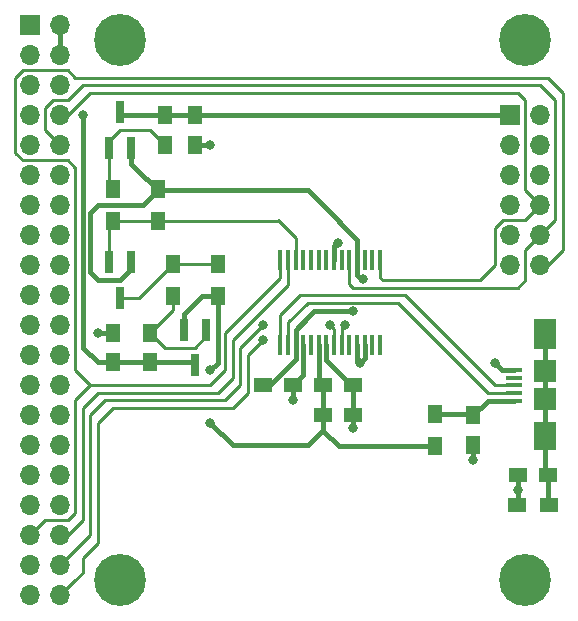
<source format=gbr>
G04 #@! TF.GenerationSoftware,KiCad,Pcbnew,(5.0.1)-3*
G04 #@! TF.CreationDate,2018-12-20T13:20:35+01:00*
G04 #@! TF.ProjectId,HB-RF-USB,48422D52462D5553422E6B696361645F,rev?*
G04 #@! TF.SameCoordinates,Original*
G04 #@! TF.FileFunction,Copper,L1,Top,Signal*
G04 #@! TF.FilePolarity,Positive*
%FSLAX46Y46*%
G04 Gerber Fmt 4.6, Leading zero omitted, Abs format (unit mm)*
G04 Created by KiCad (PCBNEW (5.0.1)-3) date 20.12.2018 13:20:35*
%MOMM*%
%LPD*%
G01*
G04 APERTURE LIST*
G04 #@! TA.AperFunction,SMDPad,CuDef*
%ADD10R,0.450000X1.750000*%
G04 #@! TD*
G04 #@! TA.AperFunction,ComponentPad*
%ADD11C,0.700000*%
G04 #@! TD*
G04 #@! TA.AperFunction,ComponentPad*
%ADD12C,4.400000*%
G04 #@! TD*
G04 #@! TA.AperFunction,SMDPad,CuDef*
%ADD13R,1.300000X1.500000*%
G04 #@! TD*
G04 #@! TA.AperFunction,SMDPad,CuDef*
%ADD14R,1.500000X1.250000*%
G04 #@! TD*
G04 #@! TA.AperFunction,SMDPad,CuDef*
%ADD15R,1.250000X1.500000*%
G04 #@! TD*
G04 #@! TA.AperFunction,SMDPad,CuDef*
%ADD16R,0.800000X1.900000*%
G04 #@! TD*
G04 #@! TA.AperFunction,ComponentPad*
%ADD17O,1.700000X1.700000*%
G04 #@! TD*
G04 #@! TA.AperFunction,ComponentPad*
%ADD18R,1.700000X1.700000*%
G04 #@! TD*
G04 #@! TA.AperFunction,SMDPad,CuDef*
%ADD19R,1.900000X2.500000*%
G04 #@! TD*
G04 #@! TA.AperFunction,SMDPad,CuDef*
%ADD20R,1.900000X1.900000*%
G04 #@! TD*
G04 #@! TA.AperFunction,SMDPad,CuDef*
%ADD21R,1.900000X2.400000*%
G04 #@! TD*
G04 #@! TA.AperFunction,SMDPad,CuDef*
%ADD22R,1.400000X0.400000*%
G04 #@! TD*
G04 #@! TA.AperFunction,SMDPad,CuDef*
%ADD23R,1.500000X1.300000*%
G04 #@! TD*
G04 #@! TA.AperFunction,ViaPad*
%ADD24C,0.800000*%
G04 #@! TD*
G04 #@! TA.AperFunction,Conductor*
%ADD25C,0.400000*%
G04 #@! TD*
G04 #@! TA.AperFunction,Conductor*
%ADD26C,0.250000*%
G04 #@! TD*
G04 APERTURE END LIST*
D10*
G04 #@! TO.P,U1,28*
G04 #@! TO.N,Net-(U1-Pad28)*
X62645000Y-79800000D03*
G04 #@! TO.P,U1,27*
G04 #@! TO.N,Net-(U1-Pad27)*
X61995000Y-79800000D03*
G04 #@! TO.P,U1,26*
G04 #@! TO.N,GND*
X61345000Y-79800000D03*
G04 #@! TO.P,U1,25*
X60695000Y-79800000D03*
G04 #@! TO.P,U1,24*
G04 #@! TO.N,N/C*
X60045000Y-79800000D03*
G04 #@! TO.P,U1,23*
G04 #@! TO.N,/B_LED*
X59395000Y-79800000D03*
G04 #@! TO.P,U1,22*
G04 #@! TO.N,/G_LED*
X58745000Y-79800000D03*
G04 #@! TO.P,U1,21*
G04 #@! TO.N,GND*
X58095000Y-79800000D03*
G04 #@! TO.P,U1,20*
G04 #@! TO.N,+5V*
X57445000Y-79800000D03*
G04 #@! TO.P,U1,19*
G04 #@! TO.N,Net-(U1-Pad19)*
X56795000Y-79800000D03*
G04 #@! TO.P,U1,18*
G04 #@! TO.N,GND*
X56145000Y-79800000D03*
G04 #@! TO.P,U1,17*
G04 #@! TO.N,+3V3*
X55495000Y-79800000D03*
G04 #@! TO.P,U1,16*
G04 #@! TO.N,/D-*
X54845000Y-79800000D03*
G04 #@! TO.P,U1,15*
G04 #@! TO.N,/D+*
X54195000Y-79800000D03*
G04 #@! TO.P,U1,14*
G04 #@! TO.N,/RESET*
X54195000Y-72600000D03*
G04 #@! TO.P,U1,13*
G04 #@! TO.N,/R_LED*
X54845000Y-72600000D03*
G04 #@! TO.P,U1,12*
G04 #@! TO.N,/PWREN*
X55495000Y-72600000D03*
G04 #@! TO.P,U1,11*
G04 #@! TO.N,Net-(U1-Pad11)*
X56145000Y-72600000D03*
G04 #@! TO.P,U1,10*
G04 #@! TO.N,Net-(U1-Pad10)*
X56795000Y-72600000D03*
G04 #@! TO.P,U1,9*
G04 #@! TO.N,Net-(U1-Pad9)*
X57445000Y-72600000D03*
G04 #@! TO.P,U1,8*
G04 #@! TO.N,N/C*
X58095000Y-72600000D03*
G04 #@! TO.P,U1,7*
G04 #@! TO.N,GND*
X58745000Y-72600000D03*
G04 #@! TO.P,U1,6*
G04 #@! TO.N,Net-(U1-Pad6)*
X59395000Y-72600000D03*
G04 #@! TO.P,U1,5*
G04 #@! TO.N,/RXD*
X60045000Y-72600000D03*
G04 #@! TO.P,U1,4*
G04 #@! TO.N,+3V3*
X60695000Y-72600000D03*
G04 #@! TO.P,U1,3*
G04 #@! TO.N,Net-(U1-Pad3)*
X61345000Y-72600000D03*
G04 #@! TO.P,U1,2*
G04 #@! TO.N,Net-(U1-Pad2)*
X61995000Y-72600000D03*
G04 #@! TO.P,U1,1*
G04 #@! TO.N,/TXD*
X62645000Y-72600000D03*
G04 #@! TD*
D11*
G04 #@! TO.P,,1*
G04 #@! TO.N,N/C*
X76096726Y-52808274D03*
X74930000Y-52325000D03*
X73763274Y-52808274D03*
X73280000Y-53975000D03*
X73763274Y-55141726D03*
X74930000Y-55625000D03*
X76096726Y-55141726D03*
X76580000Y-53975000D03*
D12*
X74930000Y-53975000D03*
G04 #@! TD*
G04 #@! TO.P,,1*
G04 #@! TO.N,N/C*
X40640000Y-53975000D03*
D11*
X42290000Y-53975000D03*
X41806726Y-55141726D03*
X40640000Y-55625000D03*
X39473274Y-55141726D03*
X38990000Y-53975000D03*
X39473274Y-52808274D03*
X40640000Y-52325000D03*
X41806726Y-52808274D03*
G04 #@! TD*
G04 #@! TO.P,,1*
G04 #@! TO.N,N/C*
X41806726Y-98528274D03*
X40640000Y-98045000D03*
X39473274Y-98528274D03*
X38990000Y-99695000D03*
X39473274Y-100861726D03*
X40640000Y-101345000D03*
X41806726Y-100861726D03*
X42290000Y-99695000D03*
D12*
X40640000Y-99695000D03*
G04 #@! TD*
D13*
G04 #@! TO.P,R1,2*
G04 #@! TO.N,/PWREN*
X43815000Y-69295000D03*
G04 #@! TO.P,R1,1*
G04 #@! TO.N,+3V3*
X43815000Y-66595000D03*
G04 #@! TD*
D14*
G04 #@! TO.P,C1,1*
G04 #@! TO.N,GND*
X60325000Y-83185000D03*
G04 #@! TO.P,C1,2*
G04 #@! TO.N,+5V*
X57825000Y-83185000D03*
G04 #@! TD*
G04 #@! TO.P,C2,2*
G04 #@! TO.N,GND*
X55245000Y-83185000D03*
G04 #@! TO.P,C2,1*
G04 #@! TO.N,+3V3*
X52745000Y-83185000D03*
G04 #@! TD*
D15*
G04 #@! TO.P,C5,1*
G04 #@! TO.N,Net-(C5-Pad1)*
X40005000Y-81260000D03*
G04 #@! TO.P,C5,2*
G04 #@! TO.N,GND*
X40005000Y-78760000D03*
G04 #@! TD*
G04 #@! TO.P,C6,2*
G04 #@! TO.N,Net-(C6-Pad2)*
X43180000Y-78760000D03*
G04 #@! TO.P,C6,1*
G04 #@! TO.N,Net-(C5-Pad1)*
X43180000Y-81260000D03*
G04 #@! TD*
D13*
G04 #@! TO.P,R3,1*
G04 #@! TO.N,/PWREN_5V*
X45085000Y-72945000D03*
G04 #@! TO.P,R3,2*
G04 #@! TO.N,Net-(C6-Pad2)*
X45085000Y-75645000D03*
G04 #@! TD*
D16*
G04 #@! TO.P,Q2,3*
G04 #@! TO.N,Net-(C5-Pad1)*
X46990000Y-81510000D03*
G04 #@! TO.P,Q2,2*
G04 #@! TO.N,+5V*
X46040000Y-78510000D03*
G04 #@! TO.P,Q2,1*
G04 #@! TO.N,Net-(C6-Pad2)*
X47940000Y-78510000D03*
G04 #@! TD*
D17*
G04 #@! TO.P,J2,40*
G04 #@! TO.N,/B_LED*
X35540000Y-100965000D03*
G04 #@! TO.P,J2,39*
G04 #@! TO.N,GND*
X33000000Y-100965000D03*
G04 #@! TO.P,J2,38*
G04 #@! TO.N,/G_LED*
X35540000Y-98425000D03*
G04 #@! TO.P,J2,37*
G04 #@! TO.N,Net-(J2-Pad37)*
X33000000Y-98425000D03*
G04 #@! TO.P,J2,36*
G04 #@! TO.N,/R_LED*
X35540000Y-95885000D03*
G04 #@! TO.P,J2,35*
G04 #@! TO.N,/RESET*
X33000000Y-95885000D03*
G04 #@! TO.P,J2,34*
G04 #@! TO.N,GND*
X35540000Y-93345000D03*
G04 #@! TO.P,J2,33*
G04 #@! TO.N,Net-(J2-Pad33)*
X33000000Y-93345000D03*
G04 #@! TO.P,J2,32*
G04 #@! TO.N,Net-(J2-Pad32)*
X35540000Y-90805000D03*
G04 #@! TO.P,J2,31*
G04 #@! TO.N,Net-(J2-Pad31)*
X33000000Y-90805000D03*
G04 #@! TO.P,J2,30*
G04 #@! TO.N,GND*
X35540000Y-88265000D03*
G04 #@! TO.P,J2,29*
G04 #@! TO.N,Net-(J2-Pad29)*
X33000000Y-88265000D03*
G04 #@! TO.P,J2,28*
G04 #@! TO.N,Net-(J2-Pad28)*
X35540000Y-85725000D03*
G04 #@! TO.P,J2,27*
G04 #@! TO.N,Net-(J2-Pad27)*
X33000000Y-85725000D03*
G04 #@! TO.P,J2,26*
G04 #@! TO.N,Net-(J2-Pad26)*
X35540000Y-83185000D03*
G04 #@! TO.P,J2,25*
G04 #@! TO.N,GND*
X33000000Y-83185000D03*
G04 #@! TO.P,J2,24*
G04 #@! TO.N,Net-(J2-Pad24)*
X35540000Y-80645000D03*
G04 #@! TO.P,J2,23*
G04 #@! TO.N,Net-(J2-Pad23)*
X33000000Y-80645000D03*
G04 #@! TO.P,J2,22*
G04 #@! TO.N,Net-(J2-Pad22)*
X35540000Y-78105000D03*
G04 #@! TO.P,J2,21*
G04 #@! TO.N,Net-(J2-Pad21)*
X33000000Y-78105000D03*
G04 #@! TO.P,J2,20*
G04 #@! TO.N,GND*
X35540000Y-75565000D03*
G04 #@! TO.P,J2,19*
G04 #@! TO.N,Net-(J2-Pad19)*
X33000000Y-75565000D03*
G04 #@! TO.P,J2,18*
G04 #@! TO.N,Net-(J2-Pad18)*
X35540000Y-73025000D03*
G04 #@! TO.P,J2,17*
G04 #@! TO.N,Net-(J2-Pad17)*
X33000000Y-73025000D03*
G04 #@! TO.P,J2,16*
G04 #@! TO.N,Net-(J2-Pad16)*
X35540000Y-70485000D03*
G04 #@! TO.P,J2,15*
G04 #@! TO.N,Net-(J2-Pad15)*
X33000000Y-70485000D03*
G04 #@! TO.P,J2,14*
G04 #@! TO.N,GND*
X35540000Y-67945000D03*
G04 #@! TO.P,J2,13*
G04 #@! TO.N,Net-(J2-Pad13)*
X33000000Y-67945000D03*
G04 #@! TO.P,J2,12*
G04 #@! TO.N,Net-(J2-Pad12)*
X35540000Y-65405000D03*
G04 #@! TO.P,J2,11*
G04 #@! TO.N,Net-(J2-Pad11)*
X33000000Y-65405000D03*
G04 #@! TO.P,J2,10*
G04 #@! TO.N,/RXD*
X35540000Y-62865000D03*
G04 #@! TO.P,J2,9*
G04 #@! TO.N,GND*
X33000000Y-62865000D03*
G04 #@! TO.P,J2,8*
G04 #@! TO.N,/TXD*
X35540000Y-60325000D03*
G04 #@! TO.P,J2,7*
G04 #@! TO.N,Net-(J2-Pad7)*
X33000000Y-60325000D03*
G04 #@! TO.P,J2,6*
G04 #@! TO.N,GND*
X35540000Y-57785000D03*
G04 #@! TO.P,J2,5*
G04 #@! TO.N,Net-(J2-Pad5)*
X33000000Y-57785000D03*
G04 #@! TO.P,J2,4*
G04 #@! TO.N,Net-(C5-Pad1)*
X35540000Y-55245000D03*
G04 #@! TO.P,J2,3*
G04 #@! TO.N,Net-(J2-Pad3)*
X33000000Y-55245000D03*
G04 #@! TO.P,J2,2*
G04 #@! TO.N,Net-(C5-Pad1)*
X35540000Y-52705000D03*
D18*
G04 #@! TO.P,J2,1*
G04 #@! TO.N,Net-(J2-Pad1)*
X33000000Y-52705000D03*
G04 #@! TD*
D15*
G04 #@! TO.P,C3,2*
G04 #@! TO.N,Net-(C3-Pad2)*
X44450000Y-62845000D03*
G04 #@! TO.P,C3,1*
G04 #@! TO.N,Net-(C3-Pad1)*
X44450000Y-60345000D03*
G04 #@! TD*
G04 #@! TO.P,C4,1*
G04 #@! TO.N,Net-(C3-Pad1)*
X46990000Y-60345000D03*
G04 #@! TO.P,C4,2*
G04 #@! TO.N,GND*
X46990000Y-62845000D03*
G04 #@! TD*
D19*
G04 #@! TO.P,J1,6*
G04 #@! TO.N,Net-(C9-Pad1)*
X76608000Y-78885000D03*
D20*
X76608000Y-81985000D03*
X76608000Y-84385000D03*
D21*
X76608000Y-87485000D03*
D22*
G04 #@! TO.P,J1,5*
G04 #@! TO.N,GND*
X73958000Y-81885000D03*
G04 #@! TO.P,J1,4*
G04 #@! TO.N,Net-(J1-Pad4)*
X73958000Y-82535000D03*
G04 #@! TO.P,J1,3*
G04 #@! TO.N,/D+*
X73958000Y-83185000D03*
G04 #@! TO.P,J1,2*
G04 #@! TO.N,/D-*
X73958000Y-83835000D03*
G04 #@! TO.P,J1,1*
G04 #@! TO.N,Net-(C7-Pad1)*
X73958000Y-84485000D03*
G04 #@! TD*
D17*
G04 #@! TO.P,J3,12*
G04 #@! TO.N,/RESET*
X76200000Y-73025000D03*
G04 #@! TO.P,J3,11*
G04 #@! TO.N,Net-(J3-Pad11)*
X73660000Y-73025000D03*
G04 #@! TO.P,J3,10*
G04 #@! TO.N,/RXD*
X76200000Y-70485000D03*
G04 #@! TO.P,J3,9*
G04 #@! TO.N,GND*
X73660000Y-70485000D03*
G04 #@! TO.P,J3,8*
G04 #@! TO.N,/TXD*
X76200000Y-67945000D03*
G04 #@! TO.P,J3,7*
G04 #@! TO.N,Net-(J3-Pad7)*
X73660000Y-67945000D03*
G04 #@! TO.P,J3,6*
G04 #@! TO.N,GND*
X76200000Y-65405000D03*
G04 #@! TO.P,J3,5*
G04 #@! TO.N,Net-(J3-Pad5)*
X73660000Y-65405000D03*
G04 #@! TO.P,J3,4*
G04 #@! TO.N,Net-(J3-Pad4)*
X76200000Y-62865000D03*
G04 #@! TO.P,J3,3*
G04 #@! TO.N,Net-(J3-Pad3)*
X73660000Y-62865000D03*
G04 #@! TO.P,J3,2*
G04 #@! TO.N,Net-(J3-Pad2)*
X76200000Y-60325000D03*
D18*
G04 #@! TO.P,J3,1*
G04 #@! TO.N,Net-(C3-Pad1)*
X73660000Y-60325000D03*
G04 #@! TD*
D16*
G04 #@! TO.P,Q1,3*
G04 #@! TO.N,Net-(C3-Pad1)*
X40640000Y-60095000D03*
G04 #@! TO.P,Q1,2*
G04 #@! TO.N,+3V3*
X41590000Y-63095000D03*
G04 #@! TO.P,Q1,1*
G04 #@! TO.N,Net-(C3-Pad2)*
X39690000Y-63095000D03*
G04 #@! TD*
D13*
G04 #@! TO.P,R2,2*
G04 #@! TO.N,Net-(C3-Pad2)*
X40005000Y-66595000D03*
G04 #@! TO.P,R2,1*
G04 #@! TO.N,/PWREN*
X40005000Y-69295000D03*
G04 #@! TD*
D12*
G04 #@! TO.P,,1*
G04 #@! TO.N,N/C*
X74930000Y-99695000D03*
D11*
X76580000Y-99695000D03*
X76096726Y-100861726D03*
X74930000Y-101345000D03*
X73763274Y-100861726D03*
X73280000Y-99695000D03*
X73763274Y-98528274D03*
X74930000Y-98045000D03*
X76096726Y-98528274D03*
G04 #@! TD*
D15*
G04 #@! TO.P,C7,2*
G04 #@! TO.N,GND*
X70485000Y-88245000D03*
G04 #@! TO.P,C7,1*
G04 #@! TO.N,Net-(C7-Pad1)*
X70485000Y-85745000D03*
G04 #@! TD*
D14*
G04 #@! TO.P,C8,1*
G04 #@! TO.N,GND*
X60325000Y-85725000D03*
G04 #@! TO.P,C8,2*
G04 #@! TO.N,+5V*
X57825000Y-85725000D03*
G04 #@! TD*
D13*
G04 #@! TO.P,L1,2*
G04 #@! TO.N,Net-(C7-Pad1)*
X67310000Y-85645000D03*
G04 #@! TO.P,L1,1*
G04 #@! TO.N,+5V*
X67310000Y-88345000D03*
G04 #@! TD*
D14*
G04 #@! TO.P,C9,2*
G04 #@! TO.N,GND*
X74315000Y-90805000D03*
G04 #@! TO.P,C9,1*
G04 #@! TO.N,Net-(C9-Pad1)*
X76815000Y-90805000D03*
G04 #@! TD*
D23*
G04 #@! TO.P,R4,2*
G04 #@! TO.N,Net-(C9-Pad1)*
X76915000Y-93345000D03*
G04 #@! TO.P,R4,1*
G04 #@! TO.N,GND*
X74215000Y-93345000D03*
G04 #@! TD*
D16*
G04 #@! TO.P,Q3,3*
G04 #@! TO.N,/PWREN_5V*
X40640000Y-75795000D03*
G04 #@! TO.P,Q3,2*
G04 #@! TO.N,/PWREN*
X39690000Y-72795000D03*
G04 #@! TO.P,Q3,1*
G04 #@! TO.N,+3V3*
X41590000Y-72795000D03*
G04 #@! TD*
D13*
G04 #@! TO.P,R5,2*
G04 #@! TO.N,+5V*
X48895000Y-75645000D03*
G04 #@! TO.P,R5,1*
G04 #@! TO.N,/PWREN_5V*
X48895000Y-72945000D03*
G04 #@! TD*
D24*
G04 #@! TO.N,+5V*
X48260000Y-86360000D03*
X48260000Y-81915000D03*
G04 #@! TO.N,GND*
X59055000Y-71120000D03*
X60960000Y-81280000D03*
X55245000Y-84455000D03*
X60325000Y-86830000D03*
X72390000Y-81280000D03*
X74295000Y-92075000D03*
X70485000Y-89535000D03*
X48260000Y-62865000D03*
X38735000Y-78740000D03*
G04 #@! TO.N,+3V3*
X60325000Y-76940000D03*
X61232653Y-74177347D03*
G04 #@! TO.N,Net-(C5-Pad1)*
X37465000Y-60325000D03*
G04 #@! TO.N,/B_LED*
X52705000Y-79375000D03*
X59690000Y-78105000D03*
G04 #@! TO.N,/G_LED*
X58420000Y-78105000D03*
X52705000Y-78105000D03*
G04 #@! TD*
D25*
G04 #@! TO.N,+5V*
X57825000Y-86995000D02*
X57825000Y-83185000D01*
X57445000Y-82805000D02*
X57445000Y-79800000D01*
X57825000Y-83185000D02*
X57445000Y-82805000D01*
X57825000Y-85725000D02*
X57825000Y-87035000D01*
X57825000Y-86995000D02*
X57825000Y-87035000D01*
X57825000Y-87035000D02*
X59135000Y-88345000D01*
X59135000Y-88345000D02*
X67310000Y-88345000D01*
X57825000Y-86995000D02*
X57785000Y-86995000D01*
X56515000Y-88265000D02*
X50800000Y-88265000D01*
X57785000Y-86995000D02*
X56515000Y-88265000D01*
X50800000Y-88265000D02*
X50165000Y-88265000D01*
X50165000Y-88265000D02*
X48260000Y-86360000D01*
X48895000Y-80010000D02*
X48895000Y-77470000D01*
X48895000Y-77470000D02*
X48895000Y-75645000D01*
X46040000Y-78510000D02*
X46040000Y-77150000D01*
X47545000Y-75645000D02*
X48895000Y-75645000D01*
X46040000Y-77150000D02*
X47545000Y-75645000D01*
X48260000Y-81915000D02*
X48895000Y-81280000D01*
X48895000Y-81280000D02*
X48895000Y-80010000D01*
G04 #@! TO.N,GND*
X58745000Y-72600000D02*
X58745000Y-71430000D01*
X58745000Y-71430000D02*
X59055000Y-71120000D01*
X61345000Y-80895000D02*
X60960000Y-81280000D01*
X61345000Y-79800000D02*
X61345000Y-80895000D01*
X60695000Y-81015000D02*
X60960000Y-81280000D01*
X60695000Y-81015000D02*
X60695000Y-79800000D01*
X60205000Y-83185000D02*
X60325000Y-83185000D01*
X58095000Y-81075000D02*
X60205000Y-83185000D01*
X58095000Y-79800000D02*
X58095000Y-81075000D01*
X60325000Y-83185000D02*
X60325000Y-84455000D01*
X60325000Y-85725000D02*
X60325000Y-84455000D01*
X56145000Y-82285000D02*
X55245000Y-83185000D01*
X56145000Y-79800000D02*
X56145000Y-82285000D01*
X55245000Y-83185000D02*
X55245000Y-84455000D01*
X60325000Y-85725000D02*
X60325000Y-86830000D01*
X73958000Y-81885000D02*
X72995000Y-81885000D01*
X72995000Y-81885000D02*
X72390000Y-81280000D01*
X74315000Y-90805000D02*
X74315000Y-92055000D01*
X74295000Y-93265000D02*
X74215000Y-93345000D01*
X74295000Y-92075000D02*
X74295000Y-93265000D01*
X74315000Y-92055000D02*
X74295000Y-92075000D01*
X70485000Y-88245000D02*
X70485000Y-89535000D01*
X46990000Y-62845000D02*
X48240000Y-62845000D01*
X48240000Y-62845000D02*
X48260000Y-62865000D01*
X40005000Y-78760000D02*
X38755000Y-78760000D01*
X38755000Y-78760000D02*
X38735000Y-78740000D01*
G04 #@! TO.N,+3V3*
X60695000Y-73875000D02*
X61115000Y-74295000D01*
X60695000Y-72600000D02*
X60695000Y-73875000D01*
X55495000Y-79800000D02*
X55495000Y-78490000D01*
X55880000Y-78105000D02*
X57045000Y-76940000D01*
X55495000Y-78490000D02*
X55880000Y-78105000D01*
X61115000Y-74295000D02*
X61232653Y-74177347D01*
X57045000Y-76940000D02*
X55495000Y-78490000D01*
X60325000Y-76940000D02*
X57045000Y-76940000D01*
X55495000Y-80970002D02*
X55495000Y-79800000D01*
X53280002Y-83185000D02*
X55495000Y-80970002D01*
X52745000Y-83185000D02*
X53280002Y-83185000D01*
X41590000Y-63095000D02*
X41590000Y-64450000D01*
X41590000Y-64450000D02*
X41910000Y-64770000D01*
X60695000Y-70855000D02*
X60695000Y-72600000D01*
X43815000Y-66595000D02*
X43735000Y-66595000D01*
X43735000Y-66595000D02*
X41910000Y-64770000D01*
X57785000Y-67945000D02*
X60695000Y-70855000D01*
X60695000Y-70855000D02*
X60695000Y-72600000D01*
X43895000Y-66675000D02*
X43815000Y-66595000D01*
X56515000Y-66675000D02*
X43895000Y-66675000D01*
X57785000Y-67945000D02*
X56515000Y-66675000D01*
X43815000Y-66595000D02*
X43815000Y-66675000D01*
X42545000Y-67945000D02*
X41910000Y-67945000D01*
X43815000Y-66675000D02*
X42545000Y-67945000D01*
X41910000Y-67945000D02*
X38735000Y-67945000D01*
X41590000Y-73345000D02*
X41590000Y-72795000D01*
X40640000Y-74295000D02*
X41590000Y-73345000D01*
X38735000Y-74295000D02*
X40640000Y-74295000D01*
X38065002Y-73625002D02*
X38735000Y-74295000D01*
X38065002Y-68614998D02*
X38065002Y-73625002D01*
X38735000Y-67945000D02*
X38065002Y-68614998D01*
G04 #@! TO.N,Net-(C5-Pad1)*
X35540000Y-52705000D02*
X35540000Y-55245000D01*
X37465000Y-73660000D02*
X37465000Y-74295000D01*
X37465000Y-72390000D02*
X37465000Y-73660000D01*
X37465000Y-72390000D02*
X37465000Y-60325000D01*
X37465000Y-74295000D02*
X37465000Y-80010000D01*
X38715000Y-81260000D02*
X40005000Y-81260000D01*
X37465000Y-80010000D02*
X38715000Y-81260000D01*
X40005000Y-81260000D02*
X43180000Y-81260000D01*
X43180000Y-81260000D02*
X46740000Y-81260000D01*
X46740000Y-81260000D02*
X46990000Y-81510000D01*
D26*
G04 #@! TO.N,Net-(C6-Pad2)*
X45085000Y-75645000D02*
X45085000Y-76855000D01*
X45085000Y-76855000D02*
X43180000Y-78760000D01*
X43180000Y-78760000D02*
X43200000Y-78760000D01*
X47940000Y-79060000D02*
X47940000Y-78510000D01*
X46990000Y-80010000D02*
X47940000Y-79060000D01*
X44450000Y-80010000D02*
X46990000Y-80010000D01*
X43200000Y-78760000D02*
X44450000Y-80010000D01*
G04 #@! TO.N,/RXD*
X60045000Y-72600000D02*
X60045000Y-74650000D01*
X74930000Y-71755000D02*
X76200000Y-70485000D01*
X74930000Y-74295000D02*
X74930000Y-71755000D01*
X74295000Y-74930000D02*
X74930000Y-74295000D01*
X72390000Y-74930000D02*
X74295000Y-74930000D01*
X60045000Y-74650000D02*
X60325000Y-74930000D01*
X60325000Y-74930000D02*
X72390000Y-74930000D01*
X35540000Y-62865000D02*
X35540000Y-62845000D01*
X34290000Y-61595000D02*
X34290000Y-59690000D01*
X35540000Y-62845000D02*
X34290000Y-61595000D01*
X77470000Y-69215000D02*
X76200000Y-70485000D01*
X77470000Y-59055000D02*
X77470000Y-69215000D01*
X76200000Y-57785000D02*
X77470000Y-59055000D01*
X76200000Y-57785000D02*
X49530000Y-57785000D01*
X49530000Y-57785000D02*
X37465000Y-57785000D01*
X34925000Y-59055000D02*
X34290000Y-59690000D01*
X36195000Y-59055000D02*
X34925000Y-59055000D01*
X37465000Y-57785000D02*
X36195000Y-59055000D01*
G04 #@! TO.N,/TXD*
X74930000Y-66675000D02*
X76200000Y-67945000D01*
X48895000Y-58420000D02*
X38100000Y-58420000D01*
X74295000Y-58420000D02*
X48895000Y-58420000D01*
X74930000Y-59055000D02*
X74295000Y-58420000D01*
X74930000Y-59055000D02*
X74930000Y-66675000D01*
X62645000Y-72600000D02*
X62645000Y-74075000D01*
X74930000Y-69215000D02*
X76200000Y-67945000D01*
X73025000Y-69215000D02*
X74930000Y-69215000D01*
X72390000Y-69850000D02*
X73025000Y-69215000D01*
X72390000Y-73025000D02*
X72390000Y-69850000D01*
X71120000Y-74295000D02*
X72390000Y-73025000D01*
X62865000Y-74295000D02*
X71120000Y-74295000D01*
X62645000Y-74075000D02*
X62865000Y-74295000D01*
X35540000Y-60325000D02*
X36195000Y-60325000D01*
X36195000Y-60325000D02*
X38100000Y-58420000D01*
G04 #@! TO.N,/RESET*
X76835000Y-57150000D02*
X50165000Y-57150000D01*
X36195000Y-64135000D02*
X36830000Y-64770000D01*
X36830000Y-64770000D02*
X36830000Y-74930000D01*
X33655000Y-64135000D02*
X36195000Y-64135000D01*
X76200000Y-73025000D02*
X76835000Y-73025000D01*
X78105000Y-71755000D02*
X78105000Y-58420000D01*
X76835000Y-73025000D02*
X78105000Y-71755000D01*
X78105000Y-58420000D02*
X76835000Y-57150000D01*
X31750000Y-57150000D02*
X31750000Y-63500000D01*
X32385000Y-56515000D02*
X31750000Y-57150000D01*
X36195000Y-56515000D02*
X32385000Y-56515000D01*
X36830000Y-57150000D02*
X36195000Y-56515000D01*
X38100000Y-57150000D02*
X36830000Y-57150000D01*
X50165000Y-57150000D02*
X38100000Y-57150000D01*
X32385000Y-64135000D02*
X31750000Y-63500000D01*
X33655000Y-64135000D02*
X32385000Y-64135000D01*
X36830000Y-91440000D02*
X36830000Y-84455000D01*
X33020000Y-95885000D02*
X34290000Y-94615000D01*
X34290000Y-94615000D02*
X35560000Y-94615000D01*
X33000000Y-95885000D02*
X33020000Y-95885000D01*
X35560000Y-94615000D02*
X36195000Y-94615000D01*
X36830000Y-93980000D02*
X36830000Y-91440000D01*
X36195000Y-94615000D02*
X36830000Y-93980000D01*
X36830000Y-81915000D02*
X36830000Y-80645000D01*
X36830000Y-80010000D02*
X36830000Y-80645000D01*
X51435000Y-76835000D02*
X50800000Y-77470000D01*
X54195000Y-72600000D02*
X54195000Y-74075000D01*
X54195000Y-74075000D02*
X51435000Y-76835000D01*
X50800000Y-77470000D02*
X49530000Y-78740000D01*
X38100000Y-83185000D02*
X36830000Y-84455000D01*
X48260000Y-83185000D02*
X38100000Y-83185000D01*
X49530000Y-81915000D02*
X48260000Y-83185000D01*
X49530000Y-78740000D02*
X49530000Y-81915000D01*
X38100000Y-83185000D02*
X36830000Y-81915000D01*
X36830000Y-80010000D02*
X36830000Y-74930000D01*
G04 #@! TO.N,/PWREN*
X53975000Y-69215000D02*
X55245000Y-70485000D01*
X43815000Y-69295000D02*
X47625000Y-69295000D01*
X54055000Y-69295000D02*
X53975000Y-69215000D01*
X47625000Y-69295000D02*
X54055000Y-69295000D01*
X55245000Y-70485000D02*
X55495000Y-70735000D01*
X55495000Y-70735000D02*
X55495000Y-72600000D01*
X43815000Y-69295000D02*
X40005000Y-69295000D01*
X39690000Y-72795000D02*
X39690000Y-69610000D01*
X39690000Y-69610000D02*
X40005000Y-69295000D01*
G04 #@! TO.N,/R_LED*
X37465000Y-85090000D02*
X37465000Y-92075000D01*
X52070000Y-77470000D02*
X51435000Y-78105000D01*
X54845000Y-74695000D02*
X54845000Y-72600000D01*
X52070000Y-77470000D02*
X54845000Y-74695000D01*
X37465000Y-94615000D02*
X37465000Y-92075000D01*
X35540000Y-95885000D02*
X36195000Y-95885000D01*
X36195000Y-95885000D02*
X37465000Y-94615000D01*
X37465000Y-85090000D02*
X38735000Y-83820000D01*
X50165000Y-79375000D02*
X51435000Y-78105000D01*
X50165000Y-82550000D02*
X50165000Y-79375000D01*
X48895000Y-83820000D02*
X50165000Y-82550000D01*
X38735000Y-83820000D02*
X48895000Y-83820000D01*
G04 #@! TO.N,/B_LED*
X38735000Y-86995000D02*
X38735000Y-95885000D01*
X59395000Y-78400000D02*
X59690000Y-78105000D01*
X59395000Y-78400000D02*
X59395000Y-79800000D01*
X35560000Y-100965000D02*
X36830000Y-99695000D01*
X35540000Y-100965000D02*
X35560000Y-100965000D01*
X36830000Y-99695000D02*
X37465000Y-99060000D01*
X38735000Y-96520000D02*
X38735000Y-95885000D01*
X37465000Y-99060000D02*
X37465000Y-98425000D01*
X37465000Y-98425000D02*
X37465000Y-97790000D01*
X37465000Y-97790000D02*
X38735000Y-96520000D01*
X38735000Y-86995000D02*
X38735000Y-86360000D01*
X51435000Y-80645000D02*
X52705000Y-79375000D01*
X51435000Y-83820000D02*
X51435000Y-80645000D01*
X50165000Y-85090000D02*
X51435000Y-83820000D01*
X40005000Y-85090000D02*
X50165000Y-85090000D01*
X38735000Y-86360000D02*
X40005000Y-85090000D01*
G04 #@! TO.N,/G_LED*
X58745000Y-79800000D02*
X58745000Y-78430000D01*
X58745000Y-78430000D02*
X58420000Y-78105000D01*
X52070000Y-78740000D02*
X52705000Y-78105000D01*
X38100000Y-95250000D02*
X38100000Y-92710000D01*
X38100000Y-95885000D02*
X38100000Y-95250000D01*
X36830000Y-97155000D02*
X38100000Y-95885000D01*
X35560000Y-98425000D02*
X36830000Y-97155000D01*
X35540000Y-98425000D02*
X35560000Y-98425000D01*
X38100000Y-92710000D02*
X38100000Y-85725000D01*
X52070000Y-78740000D02*
X50800000Y-80010000D01*
X39370000Y-84455000D02*
X38100000Y-85725000D01*
X49530000Y-84455000D02*
X39370000Y-84455000D01*
X50800000Y-83185000D02*
X49530000Y-84455000D01*
X50800000Y-82550000D02*
X50800000Y-83185000D01*
X50800000Y-80010000D02*
X50800000Y-82550000D01*
G04 #@! TO.N,/D-*
X56501410Y-76215000D02*
X64135000Y-76215000D01*
X54845000Y-79800000D02*
X54845000Y-77871410D01*
X54845000Y-77871410D02*
X56501410Y-76215000D01*
X73958000Y-83835000D02*
X71770000Y-83835000D01*
X64135000Y-76200000D02*
X64135000Y-76215000D01*
X64150000Y-76215000D02*
X64135000Y-76200000D01*
X71770000Y-83835000D02*
X64150000Y-76215000D01*
G04 #@! TO.N,/D+*
X62230000Y-75565000D02*
X64770000Y-75565000D01*
X56515000Y-75565000D02*
X62230000Y-75565000D01*
X56515000Y-75565000D02*
X55880000Y-75565000D01*
X54195000Y-77250000D02*
X54195000Y-79800000D01*
X55880000Y-75565000D02*
X54195000Y-77250000D01*
X64770000Y-75565000D02*
X72390000Y-83185000D01*
X72390000Y-83185000D02*
X73958000Y-83185000D01*
G04 #@! TO.N,Net-(C3-Pad2)*
X39690000Y-63095000D02*
X39690000Y-62545000D01*
X40640000Y-61595000D02*
X43180000Y-61595000D01*
X39690000Y-62545000D02*
X40640000Y-61595000D01*
X39690000Y-63095000D02*
X39690000Y-66280000D01*
X39690000Y-66280000D02*
X40005000Y-66595000D01*
X44450000Y-62845000D02*
X44430000Y-62845000D01*
X44430000Y-62845000D02*
X43180000Y-61595000D01*
D25*
G04 #@! TO.N,Net-(C3-Pad1)*
X73660000Y-60325000D02*
X49530000Y-60325000D01*
X49530000Y-60325000D02*
X47010000Y-60325000D01*
X47010000Y-60325000D02*
X46990000Y-60345000D01*
X46990000Y-60345000D02*
X44450000Y-60345000D01*
X44450000Y-60345000D02*
X40890000Y-60345000D01*
X40890000Y-60345000D02*
X40640000Y-60095000D01*
G04 #@! TO.N,Net-(C7-Pad1)*
X73958000Y-84485000D02*
X71745000Y-84485000D01*
X71745000Y-84485000D02*
X70485000Y-85745000D01*
X67310000Y-85645000D02*
X70385000Y-85645000D01*
X70385000Y-85645000D02*
X70485000Y-85745000D01*
G04 #@! TO.N,Net-(C9-Pad1)*
X76608000Y-78885000D02*
X76608000Y-87485000D01*
X76608000Y-87485000D02*
X76608000Y-90598000D01*
X76608000Y-90598000D02*
X76815000Y-90805000D01*
X76815000Y-90805000D02*
X76815000Y-93245000D01*
X76815000Y-93245000D02*
X76915000Y-93345000D01*
D26*
G04 #@! TO.N,/PWREN_5V*
X40640000Y-75795000D02*
X42235000Y-75795000D01*
X42235000Y-75795000D02*
X45085000Y-72945000D01*
X45085000Y-72945000D02*
X47625000Y-72945000D01*
X48895000Y-72945000D02*
X45085000Y-72945000D01*
G04 #@! TD*
M02*

</source>
